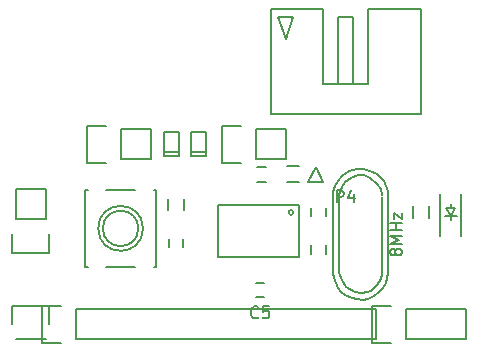
<source format=gbr>
G04 #@! TF.FileFunction,Legend,Top*
%FSLAX46Y46*%
G04 Gerber Fmt 4.6, Leading zero omitted, Abs format (unit mm)*
G04 Created by KiCad (PCBNEW 0.201602201416+6573~42~ubuntu14.04.1-product) date mer. 24 févr. 2016 22:05:03 CET*
%MOMM*%
G01*
G04 APERTURE LIST*
%ADD10C,0.100000*%
%ADD11C,0.150000*%
%ADD12C,0.203200*%
G04 APERTURE END LIST*
D10*
D11*
X144510760Y-116449000D02*
X144109440Y-116649660D01*
X144109440Y-116649660D02*
X143510000Y-116751260D01*
X143510000Y-116751260D02*
X143009620Y-116649660D01*
X143009620Y-116649660D02*
X142311120Y-116250880D01*
X142311120Y-116250880D02*
X141909800Y-115648900D01*
X141909800Y-115648900D02*
X141709140Y-115049460D01*
X141709140Y-115049460D02*
X141709140Y-108450540D01*
X141709140Y-108450540D02*
X141909800Y-107749500D01*
X141909800Y-107749500D02*
X142209520Y-107350720D01*
X142209520Y-107350720D02*
X142709900Y-106949400D01*
X142709900Y-106949400D02*
X143309340Y-106748740D01*
X143309340Y-106748740D02*
X143809720Y-106748740D01*
X143809720Y-106748740D02*
X144310100Y-106949400D01*
X144310100Y-106949400D02*
X144909540Y-107449780D01*
X144909540Y-107449780D02*
X145209260Y-107950160D01*
X145209260Y-107950160D02*
X145310860Y-108450540D01*
X145310860Y-108549600D02*
X145310860Y-115151060D01*
X145310860Y-115151060D02*
X145209260Y-115549840D01*
X145209260Y-115549840D02*
X144909540Y-116050220D01*
X144909540Y-116050220D02*
X144409160Y-116550600D01*
X145839180Y-108559760D02*
X145790920Y-108100020D01*
X145790920Y-108100020D02*
X145679160Y-107701240D01*
X145679160Y-107701240D02*
X145460720Y-107269440D01*
X145460720Y-107269440D02*
X145229580Y-106979880D01*
X145229580Y-106979880D02*
X144879060Y-106649680D01*
X144879060Y-106649680D02*
X144340580Y-106360120D01*
X144340580Y-106360120D02*
X143741140Y-106230580D01*
X143741140Y-106230580D02*
X143230600Y-106230580D01*
X143230600Y-106230580D02*
X142529560Y-106400760D01*
X142529560Y-106400760D02*
X141940280Y-106799540D01*
X141940280Y-106799540D02*
X141569440Y-107259280D01*
X141569440Y-107259280D02*
X141361160Y-107680920D01*
X141361160Y-107680920D02*
X141201140Y-108130500D01*
X141201140Y-108130500D02*
X141170660Y-108569920D01*
X141389100Y-115910520D02*
X141610080Y-116288980D01*
X141610080Y-116288980D02*
X141889480Y-116609020D01*
X141889480Y-116609020D02*
X142219680Y-116860480D01*
X142219680Y-116860480D02*
X142770860Y-117160200D01*
X142770860Y-117160200D02*
X143240760Y-117269420D01*
X143240760Y-117269420D02*
X143700500Y-117289740D01*
X143700500Y-117289740D02*
X144160240Y-117200840D01*
X144160240Y-117200840D02*
X144609820Y-117010340D01*
X144609820Y-117010340D02*
X145079720Y-116649660D01*
X145079720Y-116649660D02*
X145399760Y-116299140D01*
X145399760Y-116299140D02*
X145630900Y-115910520D01*
X145630900Y-115910520D02*
X145770600Y-115481260D01*
X145770600Y-115481260D02*
X145839180Y-115039300D01*
X141180820Y-108549600D02*
X141180820Y-115001200D01*
X141180820Y-115001200D02*
X141218920Y-115420300D01*
X141218920Y-115420300D02*
X141389100Y-115910520D01*
X145839180Y-108549600D02*
X145839180Y-115001200D01*
X120190000Y-108000000D02*
X120390000Y-108000000D01*
X126190000Y-108000000D02*
X125990000Y-108000000D01*
X126190000Y-114500000D02*
X125990000Y-114500000D01*
X120190000Y-114500000D02*
X120390000Y-114500000D01*
X121990000Y-114500000D02*
X124390000Y-114500000D01*
X121990000Y-108000000D02*
X124390000Y-108000000D01*
X120190000Y-108000000D02*
X120190000Y-114500000D01*
X126190000Y-114500000D02*
X126190000Y-108000000D01*
X125090000Y-111250000D02*
G75*
G03X125090000Y-111250000I-1900000J0D01*
G01*
X124690000Y-111250000D02*
G75*
G03X124690000Y-111250000I-1500000J0D01*
G01*
X123190000Y-102870000D02*
X125730000Y-102870000D01*
X120370000Y-102590000D02*
X121920000Y-102590000D01*
X123190000Y-102870000D02*
X123190000Y-105410000D01*
X121920000Y-105690000D02*
X120370000Y-105690000D01*
X120370000Y-105690000D02*
X120370000Y-102590000D01*
X123190000Y-105410000D02*
X125730000Y-105410000D01*
X125730000Y-105410000D02*
X125730000Y-102870000D01*
X134620000Y-102870000D02*
X137160000Y-102870000D01*
X131800000Y-102590000D02*
X133350000Y-102590000D01*
X134620000Y-102870000D02*
X134620000Y-105410000D01*
X133350000Y-105690000D02*
X131800000Y-105690000D01*
X131800000Y-105690000D02*
X131800000Y-102590000D01*
X134620000Y-105410000D02*
X137160000Y-105410000D01*
X137160000Y-105410000D02*
X137160000Y-102870000D01*
D12*
X137820000Y-109900000D02*
G75*
G03X137820000Y-109900000I-200000J0D01*
G01*
X138270000Y-109300000D02*
X131470000Y-109300000D01*
X131470000Y-109300000D02*
X131470000Y-113700000D01*
X131470000Y-113700000D02*
X138270000Y-113700000D01*
X138270000Y-113700000D02*
X138270000Y-109300000D01*
D11*
X114300000Y-110490000D02*
X114300000Y-107950000D01*
X114020000Y-113310000D02*
X114020000Y-111760000D01*
X114300000Y-110490000D02*
X116840000Y-110490000D01*
X117120000Y-111760000D02*
X117120000Y-113310000D01*
X117120000Y-113310000D02*
X114020000Y-113310000D01*
X116840000Y-110490000D02*
X116840000Y-107950000D01*
X116840000Y-107950000D02*
X114300000Y-107950000D01*
X127214000Y-109720000D02*
X127214000Y-108720000D01*
X128564000Y-108720000D02*
X128564000Y-109720000D01*
X140554000Y-109505000D02*
X140554000Y-110205000D01*
X139354000Y-110205000D02*
X139354000Y-109505000D01*
X139354000Y-113380000D02*
X139354000Y-112680000D01*
X140554000Y-112680000D02*
X140554000Y-113380000D01*
X128489000Y-112150000D02*
X128489000Y-112850000D01*
X127289000Y-112850000D02*
X127289000Y-112150000D01*
X117120000Y-117830000D02*
X117120000Y-119380000D01*
X114020000Y-119380000D02*
X114020000Y-117830000D01*
X114020000Y-117830000D02*
X117120000Y-117830000D01*
X114300000Y-120650000D02*
X116840000Y-120650000D01*
X147320000Y-120650000D02*
X152400000Y-120650000D01*
X152400000Y-120650000D02*
X152400000Y-118110000D01*
X152400000Y-118110000D02*
X147320000Y-118110000D01*
X144500000Y-117830000D02*
X146050000Y-117830000D01*
X147320000Y-118110000D02*
X147320000Y-120650000D01*
X146050000Y-120930000D02*
X144500000Y-120930000D01*
X144500000Y-120930000D02*
X144500000Y-117830000D01*
X137295000Y-106005000D02*
X138295000Y-106005000D01*
X138295000Y-107355000D02*
X137295000Y-107355000D01*
X135350000Y-117100000D02*
X134650000Y-117100000D01*
X134650000Y-115900000D02*
X135350000Y-115900000D01*
X134778000Y-106080000D02*
X135478000Y-106080000D01*
X135478000Y-107280000D02*
X134778000Y-107280000D01*
X128143000Y-104775000D02*
X126873000Y-104775000D01*
X128143000Y-103124000D02*
X126873000Y-103124000D01*
X126873000Y-103124000D02*
X126873000Y-105156000D01*
X126873000Y-105156000D02*
X128143000Y-105156000D01*
X128143000Y-105156000D02*
X128143000Y-103124000D01*
X130429000Y-104775000D02*
X129159000Y-104775000D01*
X130429000Y-103124000D02*
X129159000Y-103124000D01*
X129159000Y-103124000D02*
X129159000Y-105156000D01*
X129159000Y-105156000D02*
X130429000Y-105156000D01*
X130429000Y-105156000D02*
X130429000Y-103124000D01*
X119380000Y-118110000D02*
X144780000Y-118110000D01*
X144780000Y-118110000D02*
X144780000Y-120650000D01*
X144780000Y-120650000D02*
X119380000Y-120650000D01*
X116560000Y-117830000D02*
X118110000Y-117830000D01*
X119380000Y-118110000D02*
X119380000Y-120650000D01*
X118110000Y-120930000D02*
X116560000Y-120930000D01*
X116560000Y-120930000D02*
X116560000Y-117830000D01*
X149265000Y-109355000D02*
X149265000Y-110355000D01*
X147915000Y-110355000D02*
X147915000Y-109355000D01*
X151130000Y-109537500D02*
X151130000Y-109156500D01*
X151130000Y-110553500D02*
X151130000Y-110172500D01*
X151130000Y-110172500D02*
X150749000Y-109537500D01*
X150749000Y-109537500D02*
X151511000Y-109537500D01*
X151511000Y-109537500D02*
X151130000Y-110172500D01*
X150622000Y-110172500D02*
X151638000Y-110172500D01*
X152030000Y-111855000D02*
X152030000Y-108315000D01*
X150230000Y-111855000D02*
X150230000Y-108315000D01*
X139065000Y-107315000D02*
X139700000Y-106045000D01*
X140335000Y-107315000D02*
X139065000Y-107315000D01*
X139700000Y-106045000D02*
X140335000Y-107315000D01*
X142875000Y-93345000D02*
X142875000Y-99060000D01*
X141605000Y-93345000D02*
X142875000Y-93345000D01*
X141605000Y-99060000D02*
X141605000Y-93345000D01*
X137160000Y-95250000D02*
X136525000Y-93345000D01*
X137795000Y-93345000D02*
X137160000Y-95250000D01*
X136525000Y-93345000D02*
X137795000Y-93345000D01*
X148590000Y-92710000D02*
X148590000Y-101600000D01*
X144145000Y-92710000D02*
X148590000Y-92710000D01*
X144145000Y-99060000D02*
X144145000Y-92710000D01*
X140335000Y-99060000D02*
X144145000Y-99060000D01*
X140335000Y-92710000D02*
X140335000Y-99060000D01*
X135890000Y-92710000D02*
X140335000Y-92710000D01*
X135890000Y-101600000D02*
X135890000Y-92710000D01*
X148590000Y-101600000D02*
X135890000Y-101600000D01*
X146438952Y-113345238D02*
X146391333Y-113440476D01*
X146343714Y-113488095D01*
X146248476Y-113535714D01*
X146200857Y-113535714D01*
X146105619Y-113488095D01*
X146058000Y-113440476D01*
X146010381Y-113345238D01*
X146010381Y-113154761D01*
X146058000Y-113059523D01*
X146105619Y-113011904D01*
X146200857Y-112964285D01*
X146248476Y-112964285D01*
X146343714Y-113011904D01*
X146391333Y-113059523D01*
X146438952Y-113154761D01*
X146438952Y-113345238D01*
X146486571Y-113440476D01*
X146534190Y-113488095D01*
X146629429Y-113535714D01*
X146819905Y-113535714D01*
X146915143Y-113488095D01*
X146962762Y-113440476D01*
X147010381Y-113345238D01*
X147010381Y-113154761D01*
X146962762Y-113059523D01*
X146915143Y-113011904D01*
X146819905Y-112964285D01*
X146629429Y-112964285D01*
X146534190Y-113011904D01*
X146486571Y-113059523D01*
X146438952Y-113154761D01*
X147010381Y-112535714D02*
X146010381Y-112535714D01*
X146724667Y-112202380D01*
X146010381Y-111869047D01*
X147010381Y-111869047D01*
X147010381Y-111392857D02*
X146010381Y-111392857D01*
X146486571Y-111392857D02*
X146486571Y-110821428D01*
X147010381Y-110821428D02*
X146010381Y-110821428D01*
X146343714Y-110440476D02*
X146343714Y-109916666D01*
X147010381Y-110440476D01*
X147010381Y-109916666D01*
X134833334Y-118757143D02*
X134785715Y-118804762D01*
X134642858Y-118852381D01*
X134547620Y-118852381D01*
X134404762Y-118804762D01*
X134309524Y-118709524D01*
X134261905Y-118614286D01*
X134214286Y-118423810D01*
X134214286Y-118280952D01*
X134261905Y-118090476D01*
X134309524Y-117995238D01*
X134404762Y-117900000D01*
X134547620Y-117852381D01*
X134642858Y-117852381D01*
X134785715Y-117900000D01*
X134833334Y-117947619D01*
X135738096Y-117852381D02*
X135261905Y-117852381D01*
X135214286Y-118328571D01*
X135261905Y-118280952D01*
X135357143Y-118233333D01*
X135595239Y-118233333D01*
X135690477Y-118280952D01*
X135738096Y-118328571D01*
X135785715Y-118423810D01*
X135785715Y-118661905D01*
X135738096Y-118757143D01*
X135690477Y-118804762D01*
X135595239Y-118852381D01*
X135357143Y-118852381D01*
X135261905Y-118804762D01*
X135214286Y-118757143D01*
X141501905Y-109037381D02*
X141501905Y-108037381D01*
X141882858Y-108037381D01*
X141978096Y-108085000D01*
X142025715Y-108132619D01*
X142073334Y-108227857D01*
X142073334Y-108370714D01*
X142025715Y-108465952D01*
X141978096Y-108513571D01*
X141882858Y-108561190D01*
X141501905Y-108561190D01*
X142930477Y-108370714D02*
X142930477Y-109037381D01*
X142692381Y-107989762D02*
X142454286Y-108704048D01*
X143073334Y-108704048D01*
M02*

</source>
